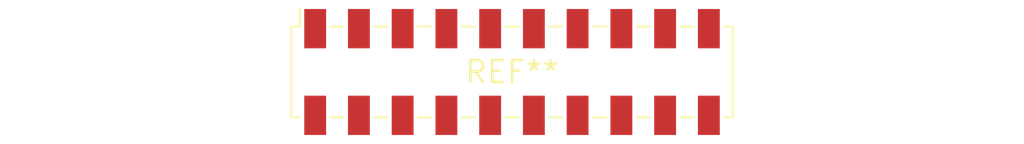
<source format=kicad_pcb>
(kicad_pcb (version 20240108) (generator pcbnew)
  (layers (0 "F.Cu" signal) (31 "B.Cu" signal) (34 "B.Paste" user) (35 "F.Paste" user) (36 "B.SilkS" user "B.Silkscreen") (37 "F.SilkS" user "F.Silkscreen") (38 "B.Mask" user) (39 "F.Mask" user) (44 "Edge.Cuts" user))
  (net 0 "")
  (footprint "Samtec_HLE-110-02-xxx-DV-LC_2x10_P2.54mm_Horizontal" (layer "F.Cu") (at 0 0)
    (property "Reference" "REF**")
    (property "Value" "Samtec_HLE-110-02-xxx-DV-LC_2x10_P2.54mm_Horizontal")
    (fp_line (start -12.81 -2.65) (end -12.81 2.65) (layer "F.SilkS") (stroke (width 0.12)))
    (fp_line (start -12.81 2.65) (end -12.325 2.65) (layer "F.SilkS") (stroke (width 0.12)))
    (fp_line (start -12.325 -3.67) (end -12.325 -2.65) (layer "F.SilkS") (stroke (width 0.12)))
    (fp_line (start -12.325 -2.65) (end -12.81 -2.65) (layer "F.SilkS") (stroke (width 0.12)))
    (fp_line (start -10.535 -2.65) (end -9.785 -2.65) (layer "F.SilkS") (stroke (width 0.12)))
    (fp_line (start -10.535 2.65) (end -9.785 2.65) (layer "F.SilkS") (stroke (width 0.12)))
    (fp_line (start -7.995 -2.65) (end -7.245 -2.65) (layer "F.SilkS") (stroke (width 0.12)))
    (fp_line (start -7.995 2.65) (end -7.245 2.65) (layer "F.SilkS") (stroke (width 0.12)))
    (fp_line (start -5.455 -2.65) (end -4.705 -2.65) (layer "F.SilkS") (stroke (width 0.12)))
    (fp_line (start -5.455 2.65) (end -4.705 2.65) (layer "F.SilkS") (stroke (width 0.12)))
    (fp_line (start -2.915 -2.65) (end -2.165 -2.65) (layer "F.SilkS") (stroke (width 0.12)))
    (fp_line (start -2.915 2.65) (end -2.165 2.65) (layer "F.SilkS") (stroke (width 0.12)))
    (fp_line (start -0.375 -2.65) (end 0.375 -2.65) (layer "F.SilkS") (stroke (width 0.12)))
    (fp_line (start -0.375 2.65) (end 0.375 2.65) (layer "F.SilkS") (stroke (width 0.12)))
    (fp_line (start 2.165 -2.65) (end 2.915 -2.65) (layer "F.SilkS") (stroke (width 0.12)))
    (fp_line (start 2.165 2.65) (end 2.915 2.65) (layer "F.SilkS") (stroke (width 0.12)))
    (fp_line (start 4.705 -2.65) (end 5.455 -2.65) (layer "F.SilkS") (stroke (width 0.12)))
    (fp_line (start 4.705 2.65) (end 5.455 2.65) (layer "F.SilkS") (stroke (width 0.12)))
    (fp_line (start 7.245 -2.65) (end 7.995 -2.65) (layer "F.SilkS") (stroke (width 0.12)))
    (fp_line (start 7.245 2.65) (end 7.995 2.65) (layer "F.SilkS") (stroke (width 0.12)))
    (fp_line (start 9.785 -2.65) (end 10.535 -2.65) (layer "F.SilkS") (stroke (width 0.12)))
    (fp_line (start 9.785 2.65) (end 10.535 2.65) (layer "F.SilkS") (stroke (width 0.12)))
    (fp_line (start 12.325 -2.65) (end 12.81 -2.65) (layer "F.SilkS") (stroke (width 0.12)))
    (fp_line (start 12.81 -2.65) (end 12.81 2.65) (layer "F.SilkS") (stroke (width 0.12)))
    (fp_line (start 12.81 2.65) (end 12.325 2.65) (layer "F.SilkS") (stroke (width 0.12)))
    (pad "" np_thru_hole circle (at -10.16 0) (size 1.19 1.19) (drill 1.19) (layers *.Cu *.Mask))
    (pad "" np_thru_hole circle (at 10.16 0) (size 1.19 1.19) (drill 1.19) (layers *.Cu *.Mask))
    (pad "1" smd rect (at -11.43 -2.525) (size 1.27 2.29) (layers "F.Cu" "F.Paste" "F.Mask"))
    (pad "2" smd rect (at -11.43 2.525) (size 1.27 2.29) (layers "F.Cu" "F.Paste" "F.Mask"))
    (pad "3" smd rect (at -8.89 -2.525) (size 1.27 2.29) (layers "F.Cu" "F.Paste" "F.Mask"))
    (pad "4" smd rect (at -8.89 2.525) (size 1.27 2.29) (layers "F.Cu" "F.Paste" "F.Mask"))
    (pad "5" smd rect (at -6.35 -2.525) (size 1.27 2.29) (layers "F.Cu" "F.Paste" "F.Mask"))
    (pad "6" smd rect (at -6.35 2.525) (size 1.27 2.29) (layers "F.Cu" "F.Paste" "F.Mask"))
    (pad "7" smd rect (at -3.81 -2.525) (size 1.27 2.29) (layers "F.Cu" "F.Paste" "F.Mask"))
    (pad "8" smd rect (at -3.81 2.525) (size 1.27 2.29) (layers "F.Cu" "F.Paste" "F.Mask"))
    (pad "9" smd rect (at -1.27 -2.525) (size 1.27 2.29) (layers "F.Cu" "F.Paste" "F.Mask"))
    (pad "10" smd rect (at -1.27 2.525) (size 1.27 2.29) (layers "F.Cu" "F.Paste" "F.Mask"))
    (pad "11" smd rect (at 1.27 -2.525) (size 1.27 2.29) (layers "F.Cu" "F.Paste" "F.Mask"))
    (pad "12" smd rect (at 1.27 2.525) (size 1.27 2.29) (layers "F.Cu" "F.Paste" "F.Mask"))
    (pad "13" smd rect (at 3.81 -2.525) (size 1.27 2.29) (layers "F.Cu" "F.Paste" "F.Mask"))
    (pad "14" smd rect (at 3.81 2.525) (size 1.27 2.29) (layers "F.Cu" "F.Paste" "F.Mask"))
    (pad "15" smd rect (at 6.35 -2.525) (size 1.27 2.29) (layers "F.Cu" "F.Paste" "F.Mask"))
    (pad "16" smd rect (at 6.35 2.525) (size 1.27 2.29) (layers "F.Cu" "F.Paste" "F.Mask"))
    (pad "17" smd rect (at 8.89 -2.525) (size 1.27 2.29) (layers "F.Cu" "F.Paste" "F.Mask"))
    (pad "18" smd rect (at 8.89 2.525) (size 1.27 2.29) (layers "F.Cu" "F.Paste" "F.Mask"))
    (pad "19" smd rect (at 11.43 -2.525) (size 1.27 2.29) (layers "F.Cu" "F.Paste" "F.Mask"))
    (pad "20" smd rect (at 11.43 2.525) (size 1.27 2.29) (layers "F.Cu" "F.Paste" "F.Mask"))
  )
)
</source>
